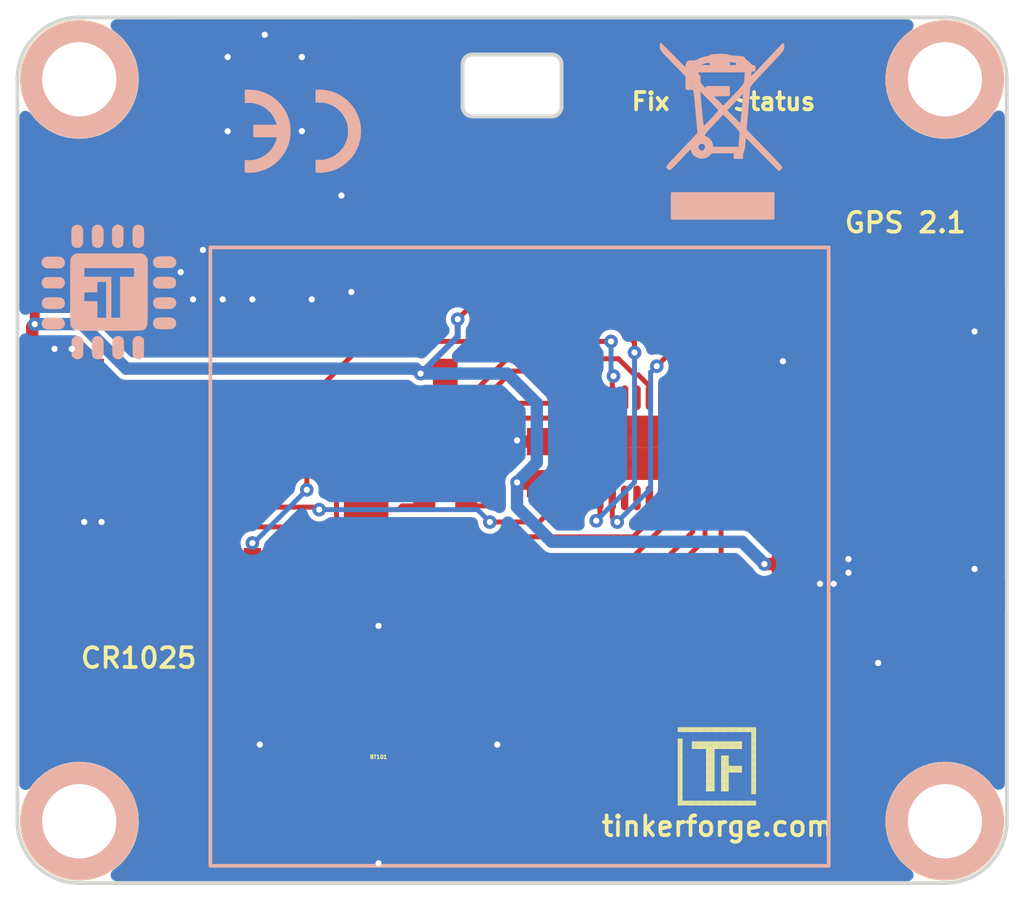
<source format=kicad_pcb>
(kicad_pcb (version 20221018) (generator pcbnew)
  (layers (0 "F.Cu" signal) (31 "B.Cu" signal) (34 "B.Paste" user) (35 "F.Paste" user) (36 "B.SilkS" user "B.Silkscreen") (37 "F.SilkS" user "F.Silkscreen") (38 "B.Mask" user) (39 "F.Mask" user) (44 "Edge.Cuts" user))
  (net 0 "")
  (net 1 "GND")
  (net 2 "VCC")
  (net 3 "Net-(C101-Pad2)")
  (net 4 "Net-(L101-Pad2)")
  (net 5 "RESET")
  (net 6 "TXD")
  (net 7 "RXD")
  (net 8 "1PPS")
  (net 9 "Net-(RP101-Pad5)")
  (net 10 "Net-(RP101-Pad7)")
  (net 11 "Net-(RP101-Pad8)")
  (net 12 "RTCM")
  (net 13 "INT")
  (net 14 "Net-(D101-Pad2)")
  (net 15 "Net-(P103-Pad2)")
  (net 16 "M-CS")
  (net 17 "M-CLK")
  (net 18 "M-MOSI")
  (net 19 "M-MISO")
  (net 20 "S-MISO")
  (net 21 "S-MOSI")
  (net 22 "S-CLK")
  (net 23 "S-CS")
  (net 24 "Net-(RP102-Pad1)")
  (net 25 "Net-(RP102-Pad2)")
  (net 26 "Net-(RP102-Pad3)")
  (net 27 "Net-(RP102-Pad4)")
  (net 28 "Net-(D102-Pad2)")
  (net 29 "Net-(RP103-Pad5)")
  (net 30 "Net-(RP103-Pad8)")
  (net 31 "Net-(P101-Pad1)")
  (net 32 "Net-(RP101-Pad3)")
  (net 33 "Net-(RP101-Pad6)")
  (net 34 "Net-(RP103-Pad2)")
  (net 35 "Net-(RP103-Pad3)")
  (net 36 "Net-(RP103-Pad6)")
  (net 37 "Net-(RP103-Pad7)")
  (net 38 "Net-(U101-Pad3)")
  (net 39 "Net-(U101-Pad4)")
  (net 40 "Net-(U101-Pad11)")
  (net 41 "Net-(U101-Pad15)")
  (net 42 "Net-(U101-Pad16)")
  (net 43 "Net-(U102-Pad10)")
  (net 44 "Net-(C1-Pad1)")
  (net 45 "Net-(P101-Pad4)")
  (net 46 "Net-(P101-Pad5)")
  (net 47 "Net-(P101-Pad6)")
  (net 48 "VBat")
  (footprint "kicad-libraries:QFN24-4x4mm-0.5mm" (layer "F.Cu") (at 191.2 103.3 -90)
    (fp_text reference "U101")
    (fp_text value "XMC1302-32")
  )
  (footprint "kicad-libraries:FireFlyX1" (layer "F.Cu") (at 175.9 103.4 -90)
    (fp_text reference "U102")
    (fp_text value "FireFlyX1")
  )
  (footprint "kicad-libraries:DRILL_NP" (layer "F.Cu") (at 203.9 88.4)
    (fp_text reference "U103" hide)
    (fp_text value "DRILL" hide)
  )
  (footprint "kicad-libraries:DRILL_NP" (layer "F.Cu") (at 203.9 118.4)
    (fp_text reference "U104" hide)
    (fp_text value "DRILL" hide)
  )
  (footprint "kicad-libraries:DRILL_NP" (layer "F.Cu") (at 168.9 88.4)
    (fp_text reference "U105" hide)
    (fp_text value "DRILL" hide)
  )
  (footprint "kicad-libraries:DRILL_NP" (layer "F.Cu") (at 168.9 118.4)
    (fp_text reference "U106" hide)
    (fp_text value "DRILL" hide)
  )
  (footprint "kicad-libraries:0603X4" (layer "F.Cu") (at 183.7 104.45 -90)
    (fp_text reference "RP101")
    (fp_text value "270")
  )
  (footprint "kicad-libraries:0603X4" (layer "F.Cu") (at 183.7 108.1 90)
    (fp_text reference "RP102")
    (fp_text value "270")
  )
  (footprint "kicad-libraries:D0603E" (layer "F.Cu") (at 197 87.6)
    (fp_text reference "D101")
    (fp_text value "LED blue")
  )
  (footprint "kicad-libraries:SolderJumper" (layer "F.Cu") (at 199.8 112 180)
    (fp_text reference "P103")
    (fp_text value "Boot")
  )
  (footprint "kicad-libraries:U.FL-CON" (layer "F.Cu") (at 176.4 89)
    (fp_text reference "P104")
    (fp_text value "U.FL")
  )
  (footprint "kicad-libraries:Logo_31x31" (layer "F.Cu") (at 193.1 114.6)
    (fp_text reference "G***" hide)
    (fp_text value "Logo_31x31" hide)
  )
  (footprint "kicad-libraries:D0603E" (layer "F.Cu") (at 192 87.6)
    (fp_text reference "D102")
    (fp_text value "LED green")
  )
  (footprint "kicad-libraries:0603X4" (layer "F.Cu") (at 191.7 96.1)
    (fp_text reference "RP103")
    (fp_text value "1k")
  )
  (footprint "kicad-libraries:BATTERY_HOLDER_BK870" (layer "F.Cu") (at 181 115.3)
    (fp_text reference "BT101")
    (fp_text value "Battery")
  )
  (footprint "kicad-libraries:Fiducial_Mark" (layer "F.Cu") (at 204.9 113.4)
    (fp_text reference "Fiducial_Mark" hide)
    (fp_text value "VAL**" hide)
  )
  (footprint "kicad-libraries:Fiducial_Mark" (layer "F.Cu") (at 167.9 92.9)
    (fp_text reference "Fiducial_Mark" hide)
    (fp_text value "VAL**" hide)
  )
  (footprint "kicad-libraries:Fiducial_Mark" (layer "F.Cu") (at 199.9 91.4)
    (fp_text reference "Fiducial_Mark" hide)
    (fp_text value "VAL**" hide)
  )
  (footprint "kicad-libraries:CON-SENSOR2" (layer "F.Cu") (at 206.4 103.4 90)
    (fp_text reference "P101")
    (fp_text value "CON-SENSOR")
  )
  (footprint "kicad-libraries:C0603E" (layer "F.Cu") (at 199.1 105.7 90)
    (fp_text reference "C101")
    (fp_text value "1uF")
  )
  (footprint "kicad-libraries:C0603E" (layer "F.Cu") (at 198.3 108 180)
    (fp_text reference "C102")
    (fp_text value "10uF")
  )
  (footprint "kicad-libraries:C0603E" (layer "F.Cu") (at 187.5 103.9 -90)
    (fp_text reference "C103")
    (fp_text value "100nF")
  )
  (footprint "kicad-libraries:C0603E" (layer "F.Cu") (at 169.4 101.1 -90)
    (fp_text reference "C104")
    (fp_text value "100nF")
  )
  (footprint "kicad-libraries:C0603E" (layer "F.Cu") (at 168 101.1 -90)
    (fp_text reference "C105")
    (fp_text value "1uF")
  )
  (footprint "kicad-libraries:C0603E" (layer "F.Cu") (at 169.4 104.5 90)
    (fp_text reference "C106")
    (fp_text value "1µF")
  )
  (footprint "kicad-libraries:C0603E" (layer "F.Cu") (at 173 94.4 90)
    (fp_text reference "C107")
    (fp_text value "1µF")
  )
  (footprint "kicad-libraries:C0603E" (layer "F.Cu") (at 197.5 105.7 90)
    (fp_text reference "FB101")
    (fp_text value "FB")
  )
  (footprint "kicad-libraries:R0603E" (layer "F.Cu") (at 183.7 101.1 -90)
    (fp_text reference "R102")
    (fp_text value "1k")
  )
  (footprint "kicad-libraries:C0402F" (layer "F.Cu") (at 198.5 99.8 180)
    (fp_text reference "C1")
    (fp_text value "220pF")
  )
  (footprint "kicad-libraries:4X0402" (layer "F.Cu") (at 198.5 101.5 90)
    (fp_text reference "RP2")
    (fp_text value "82")
  )
  (footprint "kicad-libraries:R0603E" (layer "F.Cu") (at 175.5 93.5)
    (fp_text reference "L101")
    (fp_text value "33nH")
  )
  (footprint "kicad-libraries:CE_5mm" (layer "B.Cu") (at 177.9 90.5 180)
    (fp_text reference "VAL" hide)
    (fp_text value "CE_5mm" hide)
  )
  (footprint "kicad-libraries:WEEE_7mm" (layer "B.Cu") (at 194.9 90.5 180)
    (fp_text reference "VAL" hide)
    (fp_text value "WEEE_7mm" hide)
  )
  (footprint "kicad-libraries:Logo_CoMCU" (layer "B.Cu") (at 170.1 97 180)
    (fp_text reference "G***" hide)
    (fp_text value "LOGO" hide)
  )
  (footprint "kicad-libraries:FT-GPS-001" (layer "B.Cu") (at 186.7 107.7)
    (fp_text reference "REF**")
    (fp_text value "FT-GPS-001")
  )
  (gr_line (start 168.9 120.9) (end 203.9 120.9) (stroke (width 0.15)) (layer "Edge.Cuts"))
  (gr_line (start 206.4 118.4) (end 206.4 88.4) (stroke (width 0.15)) (layer "Edge.Cuts"))
  (gr_arc (start 184.8 89.9) (mid 184.517157 89.782843) (end 184.4 89.5) (stroke (width 0.15)) (layer "Edge.Cuts"))
  (gr_line (start 203.9 85.9) (end 168.9 85.9) (stroke (width 0.15)) (layer "Edge.Cuts"))
  (gr_arc (start 184.4 87.8) (mid 184.517157 87.517157) (end 184.8 87.4) (stroke (width 0.15)) (layer "Edge.Cuts"))
  (gr_line (start 184.4 89.5) (end 184.4 87.8) (stroke (width 0.15)) (layer "Edge.Cuts"))
  (gr_arc (start 168.9 120.9) (mid 167.132233 120.167767) (end 166.4 118.4) (stroke (width 0.15)) (layer "Edge.Cuts"))
  (gr_arc (start 203.9 85.9) (mid 205.667767 86.632233) (end 206.4 88.4) (stroke (width 0.15)) (layer "Edge.Cuts"))
  (gr_arc (start 188.4 89.5) (mid 188.282843 89.782843) (end 188 89.9) (stroke (width 0.15)) (layer "Edge.Cuts"))
  (gr_line (start 184.8 87.4) (end 188 87.4) (stroke (width 0.15)) (layer "Edge.Cuts"))
  (gr_line (start 166.4 88.4) (end 166.4 118.4) (stroke (width 0.15)) (layer "Edge.Cuts"))
  (gr_arc (start 206.4 118.4) (mid 205.667767 120.167767) (end 203.9 120.9) (stroke (width 0.15)) (layer "Edge.Cuts"))
  (gr_line (start 188 89.9) (end 184.8 89.9) (stroke (width 0.15)) (layer "Edge.Cuts"))
  (gr_arc (start 188 87.4) (mid 188.282843 87.517157) (end 188.4 87.8) (stroke (width 0.15)) (layer "Edge.Cuts"))
  (gr_line (start 188.4 89.5) (end 188.4 87.8) (stroke (width 0.15)) (layer "Edge.Cuts"))
  (gr_arc (start 166.4 88.4) (mid 167.132233 86.632233) (end 168.9 85.9) (stroke (width 0.15)) (layer "Edge.Cuts"))
  (gr_text "GPS 2.1" (at 202.3 94.2) (layer "F.SilkS") (effects (font (size 0.8 0.8))))
  (gr_text "Fix" (at 192 89.3) (layer "F.SilkS") (effects (font (size 0.7 0.7))))
  (gr_text "Status" (at 197 89.3) (layer "F.SilkS") (effects (font (size 0.7 0.7))))
  (gr_text "tinkerforge.com" (at 194.7 118.6) (layer "F.SilkS") (effects (font (size 0.8 0.8))))
  (gr_text "CR1025" (at 171.3 111.8) (layer "F.SilkS") (effects (font (size 0.8 0.8))))
  (segment (start 170.4 101) (end 169.6499 100.2499) (width 0.4) (layer "F.Cu") (net 1))
  (segment (start 169.6499 100.2499) (end 169.4 100.2499) (width 0.4) (layer "F.Cu") (net 1))
  (segment (start 168 99.4) (end 167.9 99.3) (width 0.4) (layer "F.Cu") (net 1))
  (segment (start 168 100.1) (end 168.6 99.5) (width 0.4) (layer "F.Cu") (net 1))
  (segment (start 168.6 99.5) (end 168.6 99.3) (width 0.4) (layer "F.Cu") (net 1))
  (segment (start 168 99.9) (end 168.6 99.3) (width 0.4) (layer "F.Cu") (net 1))
  (segment (start 169.4 106) (end 169.1 106.3) (width 0.4) (layer "F.Cu") (net 1))
  (segment (start 169.4 105.9) (end 169.8 106.3) (width 0.4) (layer "F.Cu") (net 1))
  (segment (start 170.5 104.6) (end 169.7499 105.3501) (width 0.4) (layer "F.Cu") (net 1))
  (segment (start 169.7499 105.3501) (end 169.4 105.3501) (width 0.4) (layer "F.Cu") (net 1))
  (segment (start 173.8501 95.2501) (end 173.9 95.3) (width 0.4) (layer "F.Cu") (net 1))
  (segment (start 174.94966 87.54966) (end 174.9 87.5) (width 0.4) (layer "F.Cu") (net 1))
  (segment (start 174.94966 90.45034) (end 174.9 90.5) (width 0.4) (layer "F.Cu") (net 1))
  (segment (start 177.85034 90.45034) (end 177.9 90.5) (width 0.4) (layer "F.Cu") (net 1))
  (segment (start 177.85034 87.54966) (end 177.9 87.5) (width 0.4) (layer "F.Cu") (net 1))
  (segment (start 187.5001 103.05) (end 187.5 103.0499) (width 0.3) (layer "F.Cu") (net 1))
  (segment (start 190.15 103.05) (end 190.55 102.65) (width 0.3) (layer "F.Cu") (net 1))
  (segment (start 186.6499 103.0499) (end 186.6 103) (width 0.5) (layer "F.Cu") (net 1))
  (segment (start 200.15 111.45) (end 200.35 111.65) (width 0.2) (layer "F.Cu") (net 1))
  (segment (start 200.35 111.65) (end 200.35 112) (width 0.2) (layer "F.Cu") (net 1))
  (segment (start 200.35 112) (end 200.3 112) (width 0.2) (layer "F.Cu") (net 1))
  (segment (start 200.15 112.55) (end 200.35 112.35) (width 0.2) (layer "F.Cu") (net 1))
  (segment (start 200.35 112.35) (end 200.35 112) (width 0.2) (layer "F.Cu") (net 1))
  (segment (start 200.35 112) (end 200.3 112) (width 0.2) (layer "F.Cu") (net 1))
  (segment (start 200.5 105.9) (end 199.8499 106.5501) (width 0.5) (layer "F.Cu") (net 1))
  (segment (start 199.8499 106.5501) (end 199.1 106.5501) (width 0.5) (layer "F.Cu") (net 1))
  (segment (start 205.05 98.55) (end 205.1 98.6) (width 0.5) (layer "F.Cu") (net 1))
  (segment (start 205.05 108.25) (end 205.1 108.2) (width 0.5) (layer "F.Cu") (net 1))
  (segment (start 199.1 107.9499) (end 199.1501 108) (width 0.5) (layer "F.Cu") (net 1))
  (segment (start 199.1501 108.4999) (end 198.85 108.8) (width 0.5) (layer "F.Cu") (net 1))
  (segment (start 199.1501 108.5501) (end 199.4 108.8) (width 0.5) (layer "F.Cu") (net 1))
  (segment (start 199.65 108) (end 200 108.35) (width 0.5) (layer "F.Cu") (net 1))
  (segment (start 199.8 108) (end 200 107.8) (width 0.5) (layer "F.Cu") (net 1))
  (segment (start 181 115.3) (end 181 120.1) (width 0.5) (layer "F.Cu") (net 1))
  (segment (start 178.3 98.55) (end 178.3 97.3) (width 0.4) (layer "F.Cu") (net 1))
  (segment (start 168 100.2499) (end 168 99.9) (width 0.4) (layer "F.Cu") (net 1))
  (segment (start 199.1501 108) (end 199.1501 108.5501) (width 0.5) (layer "F.Cu") (net 1))
  (segment (start 200.025 111.45) (end 200.15 111.45) (width 0.2) (layer "F.Cu") (net 1))
  (segment (start 168 100.2499) (end 168 99.4) (width 0.4) (layer "F.Cu") (net 1))
  (segment (start 205.05 97.5) (end 205.05 98.55) (width 0.5) (layer "F.Cu") (net 1))
  (segment (start 175.9 98.55) (end 175.9 97.3) (width 0.4) (layer "F.Cu") (net 1))
  (segment (start 177.85034 89) (end 177.85034 87.54966) (width 0.4) (layer "F.Cu") (net 1))
  (segment (start 190.55 102.65) (end 191.85 102.65) (width 0.3) (layer "F.Cu") (net 1))
  (segment (start 169.4 105.3501) (end 169.4 106) (width 0.4) (layer "F.Cu") (net 1))
  (segment (start 173 95.2501) (end 173.8501 95.2501) (width 0.4) (layer "F.Cu") (net 1))
  (segment (start 190.55 103.95) (end 190.55 102.65) (width 0.3) (layer "F.Cu") (net 1))
  (segment (start 189.175 103.05) (end 187.5001 103.05) (width 0.3) (layer "F.Cu") (net 1))
  (segment (start 174.94966 89) (end 174.94966 87.54966) (width 0.4) (layer "F.Cu") (net 1))
  (segment (start 174.7 98.55) (end 174.7 97.3) (width 0.4) (layer "F.Cu") (net 1))
  (segment (start 169.4 100.2499) (end 168 100.2499) (width 0.4) (layer "F.Cu") (net 1))
  (segment (start 205.05 109.3) (end 205.05 108.25) (width 0.5) (layer "F.Cu") (net 1))
  (segment (start 201.8 105.9) (end 200.5 105.9) (width 0.5) (layer "F.Cu") (net 1))
  (segment (start 187.5 103.0499) (end 186.6499 103.0499) (width 0.5) (layer "F.Cu") (net 1))
  (segment (start 177.85034 89) (end 177.85034 90.45034) (width 0.4) (layer "F.Cu") (net 1))
  (segment (start 200.025 112.55) (end 200.15 112.55) (width 0.2) (layer "F.Cu") (net 1))
  (segment (start 199.1501 108) (end 199.65 108) (width 0.5) (layer "F.Cu") (net 1))
  (segment (start 171.3 101) (end 170.4 101) (width 0.4) (layer "F.Cu") (net 1))
  (segment (start 191.85 103.95) (end 190.55 103.95) (width 0.3) (layer "F.Cu") (net 1))
  (segment (start 176.4 87.49886) (end 176.4 86.6) (width 0.4) (layer "F.Cu") (net 1))
  (segment (start 173 95.2501) (end 173 96.2) (width 0.4) (layer "F.Cu") (net 1))
  (segment (start 199.1 106.5501) (end 199.1 107.9499) (width 0.5) (layer "F.Cu") (net 1))
  (segment (start 171.3 104.6) (end 170.5 104.6) (width 0.4) (layer "F.Cu") (net 1))
  (segment (start 189.175 103.05) (end 190.15 103.05) (width 0.3) (layer "F.Cu") (net 1))
  (segment (start 199.1501 108) (end 199.8 108) (width 0.5) (layer "F.Cu") (net 1))
  (segment (start 173.5 98.55) (end 173.5 97.3) (width 0.4) (layer "F.Cu") (net 1))
  (segment (start 181 115.3) (end 181 110.5) (width 0.5) (layer "F.Cu") (net 1))
  (segment (start 198 99.8) (end 197.35 99.8) (width 0.2) (layer "F.Cu") (net 1))
  (segment (start 181 115.3) (end 185.8 115.3) (width 0.5) (layer "F.Cu") (net 1))
  (segment (start 181 115.3) (end 176.2 115.3) (width 0.5) (layer "F.Cu") (net 1))
  (segment (start 200.35 112) (end 201.2 112) (width 0.2) (layer "F.Cu") (net 1))
  (segment (start 174.94966 89) (end 174.94966 90.45034) (width 0.4) (layer "F.Cu") (net 1))
  (segment (start 199.1501 108) (end 199.1501 108.4999) (width 0.5) (layer "F.Cu") (net 1))
  (segment (start 169.4 105.3501) (end 169.4 105.9) (width 0.4) (layer "F.Cu") (net 1))
  (segment (start 168 100.2499) (end 168 100.1) (width 0.4) (layer "F.Cu") (net 1))
  (via (at 175.9 97.3) (size 0.55) (drill 0.25) (layers "F.Cu" "B.Cu") (net 1))
  (via (at 169.1 106.3) (size 0.55) (drill 0.25) (layers "F.Cu" "B.Cu") (net 1))
  (via (at 205.1 98.6) (size 0.55) (drill 0.25) (layers "F.Cu" "B.Cu") (net 1))
  (via (at 173 96.2) (size 0.55) (drill 0.25) (layers "F.Cu" "B.Cu") (net 1))
  (via (at 199.4 108.8) (size 0.55) (drill 0.25) (layers "F.Cu" "B.Cu") (net 1))
  (via (at 201.2 112) (size 0.55) (drill 0.25) (layers "F.Cu" "B.Cu") (net 1))
  (via (at 185.8 115.3) (size 0.55) (drill 0.25) (layers "F.Cu" "B.Cu") (net 1))
  (via (at 205.1 108.2) (size 0.55) (drill 0.25) (layers "F.Cu" "B.Cu") (net 1))
  (via (at 168.6 99.3) (size 0.55) (drill 0.25) (layers "F.Cu" "B.Cu") (net 1))
  (via (at 198.85 108.8) (size 0.55) (drill 0.25) (layers "F.Cu" "B.Cu") (net 1))
  (via (at 173.9 95.3) (size 0.55) (drill 0.25) (layers "F.Cu" "B.Cu") (net 1))
  (via (at 173.5 97.3) (size 0.55) (drill 0.25) (layers "F.Cu" "B.Cu") (net 1))
  (via (at 174.9 90.5) (size 0.55) (drill 0.25) (layers "F.Cu" "B.Cu") (net 1))
  (via (at 179.9 97) (size 0.55) (drill 0.25) (layers "F.Cu" "B.Cu") (net 1))
  (via (at 176.2 115.3) (size 0.55) (drill 0.25) (layers "F.Cu" "B.Cu") (net 1))
  (via (at 200 107.8) (size 0.55) (drill 0.25) (layers "F.Cu" "B.Cu") (net 1))
  (via (at 178.3 97.3) (size 0.55) (drill 0.25) (layers "F.Cu" "B.Cu") (net 1))
  (via (at 174.9 87.5) (size 0.55) (drill 0.25) (layers "F.Cu" "B.Cu") (net 1))
  (via (at 186.6 103) (size 0.55) (drill 0.25) (layers "F.Cu" "B.Cu") (net 1))
  (via (at 200 108.35) (size 0.55) (drill 0.25) (layers "F.Cu" "B.Cu") (net 1))
  (via (at 179.5 93.1) (size 0.55) (drill 0.25) (layers "F.Cu" "B.Cu") (net 1))
  (via (at 169.8 106.3) (size 0.55) (drill 0.25) (layers "F.Cu" "B.Cu") (net 1))
  (via (at 181 110.5) (size 0.55) (drill 0.25) (layers "F.Cu" "B.Cu") (net 1))
  (via (at 176.4 86.6) (size 0.55) (drill 0.25) (layers "F.Cu" "B.Cu") (net 1))
  (via (at 197.35 99.8) (size 0.55) (drill 0.25) (layers "F.Cu" "B.Cu") (net 1))
  (via (at 181 120.1) (size 0.55) (drill 0.25) (layers "F.Cu" "B.Cu") (net 1))
  (via (at 167.9 99.3) (size 0.55) (drill 0.25) (layers "F.Cu" "B.Cu") (net 1))
  (via (at 177.9 90.5) (size 0.55) (drill 0.25) (layers "F.Cu" "B.Cu") (net 1))
  (via (at 177.9 87.5) (size 0.55) (drill 0.25) (layers "F.Cu" "B.Cu") (net 1))
  (via (at 174.7 97.3) (size 0.55) (drill 0.25) (layers "F.Cu" "B.Cu") (net 1))
  (segment (start 178.3 94.3) (end 179.5 93.1) (width 0.7) (layer "B.Cu") (net 1))
  (segment (start 179.5 96.6) (end 179.9 97) (width 0.7) (layer "B.Cu") (net 1))
  (segment (start 178.3 97.3) (end 178.3 94.3) (width 0.7) (layer "B.Cu") (net 1))
  (segment (start 179.5 93.1) (end 179.5 96.6) (width 0.7) (layer "B.Cu") (net 1))
  (segment (start 170.3 102.2) (end 170.0501 101.9501) (width 0.4) (layer "F.Cu") (net 2))
  (segment (start 170.0501 101.9501) (end 169.4 101.9501) (width 0.4) (layer "F.Cu") (net 2))
  (segment (start 167.1 95.8) (end 169.3501 93.5499) (width 0.4) (layer "F.Cu") (net 2))
  (segment (start 169.3501 93.5499) (end 173 93.5499) (width 0.4) (layer "F.Cu") (net 2))
  (segment (start 174.6 93.5499) (end 174.6499 93.5) (width 0.4) (layer "F.Cu") (net 2))
  (segment (start 188.55 103.55) (end 188.3 103.8) (width 0.3) (layer "F.Cu") (net 2))
  (segment (start 188.3 103.8) (end 188.3 104.5) (width 0.3) (layer "F.Cu") (net 2))
  (segment (start 188.3 104.5) (end 188.0499 104.7501) (width 0.3) (layer "F.Cu") (net 2))
  (segment (start 188.0499 104.7501) (end 187.5 104.7501) (width 0.3) (layer "F.Cu") (net 2))
  (segment (start 167.9501 102) (end 168 101.9501) (width 0.5) (layer "F.Cu") (net 2))
  (segment (start 182.7501 100.2499) (end 182.7 100.3) (width 0.5) (layer "F.Cu") (net 2))
  (segment (start 186.6 104.7) (end 186.6501 104.7501) (width 0.5) (layer "F.Cu") (net 2))
  (segment (start 186.6501 104.7501) (end 187.5 104.7501) (width 0.5) (layer "F.Cu") (net 2))
  (segment (start 167.1 98.3) (end 167.1 95.8) (width 0.4) (layer "F.Cu") (net 2))
  (segment (start 167.5501 101.9501) (end 167 101.4) (width 0.5) (layer "F.Cu") (net 2))
  (segment (start 167 101.4) (end 167 98.4) (width 0.5) (layer "F.Cu") (net 2))
  (segment (start 167 98.4) (end 167.1 98.3) (width 0.5) (layer "F.Cu") (net 2))
  (segment (start 195.4 87.6) (end 194.3 86.5) (width 0.2) (layer "F.Cu") (net 2))
  (segment (start 194.3 86.5) (end 189.6 86.5) (width 0.2) (layer "F.Cu") (net 2))
  (segment (start 189.6 86.5) (end 189.1499 86.9501) (width 0.2) (layer "F.Cu") (net 2))
  (segment (start 189.1499 86.9501) (end 189.1499 87.6) (width 0.2) (layer "F.Cu") (net 2))
  (segment (start 197.5 107.9499) (end 197.4499 108) (width 0.5) (layer "F.Cu") (net 2))
  (segment (start 189.1499 93.1501) (end 184.2 98.1) (width 0.2) (layer "F.Cu") (net 2))
  (segment (start 189.1499 91.2) (end 189.1499 93.1501) (width 0.2) (layer "F.Cu") (net 2))
  (segment (start 191.1499 89.2) (end 191.1499 87.6) (width 0.2) (layer "F.Cu") (net 2))
  (segment (start 173 93.5499) (end 174.6 93.5499) (width 0.4) (layer "F.Cu") (net 2))
  (segment (start 197.5 106.5501) (end 197.5 107.9499) (width 0.5) (layer "F.Cu") (net 2))
  (segment (start 171.3 102.2) (end 170.3 102.2) (width 0.4) (layer "F.Cu") (net 2))
  (segment (start 183.7 100.2499) (end 182.7501 100.2499) (width 0.5) (layer "F.Cu") (net 2))
  (segment (start 189.175 103.55) (end 188.55 103.55) (width 0.3) (layer "F.Cu") (net 2))
  (segment (start 196.1499 87.6) (end 195.4 87.6) (width 0.2) (layer "F.Cu") (net 2))
  (segment (start 197.4499 108) (end 196.6 108) (width 0.5) (layer "F.Cu") (net 2))
  (segment (start 168 101.9501) (end 167.5501 101.9501) (width 0.5) (layer "F.Cu") (net 2))
  (segment (start 189.1499 87.6) (end 189.1499 91.2) (width 0.2) (layer "F.Cu") (net 2))
  (segment (start 168 101.9501) (end 169.4 101.9501) (width 0.4) (layer "F.Cu") (net 2))
  (segment (start 189.1499 91.2) (end 191.1499 89.2) (width 0.2) (layer "F.Cu") (net 2))
  (via (at 167.1 98.3) (size 0.55) (drill 0.25) (layers "F.Cu" "B.Cu") (net 2))
  (via (at 184.2 98.1) (size 0.55) (drill 0.25) (layers "F.Cu" "B.Cu") (net 2))
  (via (at 196.6 108) (size 0.55) (drill 0.25) (layers "F.Cu" "B.Cu") (net 2))
  (via (at 186.6 104.7) (size 0.55) (drill 0.25) (layers "F.Cu" "B.Cu") (net 2))
  (via (at 182.7 100.3) (size 0.55) (drill 0.25) (layers "F.Cu" "B.Cu") (net 2))
  (segment (start 182.7 100.3) (end 182.5 100.1) (width 0.5) (layer "B.Cu") (net 2))
  (segment (start 182.5 100.1) (end 182.4 100.1) (width 0.5) (layer "B.Cu") (net 2))
  (segment (start 170.8 100.1) (end 169 98.3) (width 0.5) (layer "B.Cu") (net 2))
  (segment (start 169 98.3) (end 167.1 98.3) (width 0.5) (layer "B.Cu") (net 2))
  (segment (start 186.2 100.3) (end 187.4 101.5) (width 0.5) (layer "B.Cu") (net 2))
  (segment (start 187.4 101.5) (end 187.4 103.9) (width 0.5) (layer "B.Cu") (net 2))
  (segment (start 187.4 103.9) (end 186.6 104.7) (width 0.5) (layer "B.Cu") (net 2))
  (segment (start 184.2 98.8) (end 184.2 98.1) (width 0.25) (layer "B.Cu") (net 2))
  (segment (start 188 107.1) (end 186.6 105.7) (width 0.5) (layer "B.Cu") (net 2))
  (segment (start 186.6 105.7) (end 186.6 104.7) (width 0.5) (layer "B.Cu") (net 2))
  (segment (start 196.6 108) (end 195.7 107.1) (width 0.5) (layer "B.Cu") (net 2))
  (segment (start 195.7 107.1) (end 188 107.1) (width 0.5) (layer "B.Cu") (net 2))
  (segment (start 182.7 100.3) (end 184.2 98.8) (width 0.25) (layer "B.Cu") (net 2))
  (segment (start 182.7 100.3) (end 186.2 100.3) (width 0.5) (layer "B.Cu") (net 2))
  (segment (start 182.5 100.1) (end 170.8 100.1) (width 0.5) (layer "B.Cu") (net 2))
  (segment (start 199.1499 104.8) (end 199.1 104.8499) (width 0.5) (layer "F.Cu") (net 3))
  (segment (start 199.1001 104.8498) (end 199.1 104.8499) (width 0.5) (layer "F.Cu") (net 3))
  (segment (start 197.3999 104.8) (end 197.35 104.8499) (width 0.5) (layer "F.Cu") (net 3))
  (segment (start 200.45 104.65) (end 200.2501 104.8499) (width 0.5) (layer "F.Cu") (net 3))
  (segment (start 200.2501 104.8499) (end 199.1 104.8499) (width 0.5) (layer "F.Cu") (net 3))
  (segment (start 199.1 104.8499) (end 197.5 104.8499) (width 0.5) (layer "F.Cu") (net 3))
  (segment (start 201.8 104.65) (end 200.45 104.65) (width 0.5) (layer "F.Cu") (net 3))
  (segment (start 177.1 96) (end 176.3501 95.2501) (width 0.7) (layer "F.Cu") (net 4))
  (segment (start 176.3501 95.2501) (end 176.3501 93.5) (width 0.7) (layer "F.Cu") (net 4))
  (segment (start 176.4 93.4501) (end 176.3501 93.5) (width 0.5) (layer "F.Cu") (net 4))
  (segment (start 176.4 90.50114) (end 176.4 93.4501) (width 0.7) (layer "F.Cu") (net 4))
  (segment (start 177.1 98.55) (end 177.1 96) (width 0.7) (layer "F.Cu") (net 4))
  (segment (start 186.2 99.7) (end 183.9499 101.9501) (width 0.2) (layer "F.Cu") (net 5))
  (segment (start 183.9499 101.9501) (end 183.7 101.9501) (width 0.2) (layer "F.Cu") (net 5))
  (segment (start 191.95 100.8) (end 191.5 100.35) (width 0.2) (layer "F.Cu") (net 5))
  (segment (start 191.5 100.35) (end 191.35 100.35) (width 0.2) (layer "F.Cu") (net 5))
  (segment (start 191.35 100.35) (end 190.7 99.7) (width 0.2) (layer "F.Cu") (net 5))
  (segment (start 183.4501 102.2) (end 183.7 101.9501) (width 0.2) (layer "F.Cu") (net 5))
  (segment (start 191.95 101.275) (end 191.95 100.8) (width 0.2) (layer "F.Cu") (net 5))
  (segment (start 186.2 99.7) (end 190.7 99.7) (width 0.2) (layer "F.Cu") (net 5))
  (segment (start 180.5 102.2) (end 183.4501 102.2) (width 0.2) (layer "F.Cu") (net 5))
  (segment (start 189.5 99.7) (end 186.2 99.7) (width 0.2) (layer "F.Cu") (net 5))
  (segment (start 185.9 102.7) (end 185.9 105.1) (width 0.2) (layer "F.Cu") (net 6))
  (segment (start 185.9 105.1) (end 185.35112 105.64888) (width 0.2) (layer "F.Cu") (net 6))
  (segment (start 185.35112 105.64888) (end 184.5509 105.64888) (width 0.2) (layer "F.Cu") (net 6))
  (segment (start 188.55 102.55) (end 188.1 102.1) (width 0.2) (layer "F.Cu") (net 6))
  (segment (start 188.1 102.1) (end 186.5 102.1) (width 0.2) (layer "F.Cu") (net 6))
  (segment (start 186.5 102.1) (end 185.9 102.7) (width 0.2) (layer "F.Cu") (net 6))
  (segment (start 189.175 102.55) (end 188.55 102.55) (width 0.2) (layer "F.Cu") (net 6))
  (segment (start 185.05122 104.84878) (end 185.4 104.5) (width 0.2) (layer "F.Cu") (net 7))
  (segment (start 185.4 104.5) (end 185.4 102.3) (width 0.2) (layer "F.Cu") (net 7))
  (segment (start 188.65 102.05) (end 188.1 101.5) (width 0.2) (layer "F.Cu") (net 7))
  (segment (start 188.1 101.5) (end 186.2 101.5) (width 0.2) (layer "F.Cu") (net 7))
  (segment (start 186.2 101.5) (end 185.4 102.3) (width 0.2) (layer "F.Cu") (net 7))
  (segment (start 184.5509 104.84878) (end 185.05122 104.84878) (width 0.2) (layer "F.Cu") (net 7))
  (segment (start 189.175 102.05) (end 188.65 102.05) (width 0.2) (layer "F.Cu") (net 7))
  (segment (start 189.95 100.75) (end 189.4 100.2) (width 0.2) (layer "F.Cu") (net 8))
  (segment (start 189.4 100.2) (end 186.4 100.2) (width 0.2) (layer "F.Cu") (net 8))
  (segment (start 186.4 100.2) (end 184.5509 102.0491) (width 0.2) (layer "F.Cu") (net 8))
  (segment (start 184.5509 102.0491) (end 184.5509 103.25112) (width 0.2) (layer "F.Cu") (net 8))
  (segment (start 189.95 101.275) (end 189.95 100.75) (width 0.2) (layer "F.Cu") (net 8))
  (segment (start 184.5509 103.25112) (end 184.74888 103.25112) (width 0.2) (layer "F.Cu") (net 8))
  (segment (start 181.7 103.4) (end 181.84888 103.25112) (width 0.2) (layer "F.Cu") (net 9))
  (segment (start 181.84888 103.25112) (end 182.8491 103.25112) (width 0.2) (layer "F.Cu") (net 9))
  (segment (start 180.5 103.4) (end 181.7 103.4) (width 0.2) (layer "F.Cu") (net 9))
  (segment (start 181.75 104.6) (end 181.99878 104.84878) (width 0.2) (layer "F.Cu") (net 10))
  (segment (start 181.99878 104.84878) (end 182.8491 104.84878) (width 0.2) (layer "F.Cu") (net 10))
  (segment (start 180.5 104.6) (end 181.75 104.6) (width 0.2) (layer "F.Cu") (net 10))
  (segment (start 181.8 105.8) (end 181.95112 105.64888) (width 0.2) (layer "F.Cu") (net 11))
  (segment (start 181.95112 105.64888) (end 182.8491 105.64888) (width 0.2) (layer "F.Cu") (net 11))
  (segment (start 180.5 105.8) (end 181.8 105.8) (width 0.2) (layer "F.Cu") (net 11))
  (segment (start 173.5 106.9) (end 174.7 105.7) (width 0.2) (layer "F.Cu") (net 12))
  (segment (start 188.4 105) (end 188.85 104.55) (width 0.2) (layer "F.Cu") (net 12))
  (segment (start 188.4 105) (end 188.4 105.4) (width 0.2) (layer "F.Cu") (net 12))
  (segment (start 188.4 105.4) (end 187.5 106.3) (width 0.2) (layer "F.Cu") (net 12))
  (segment (start 187.5 106.3) (end 185.5 106.3) (width 0.2) (layer "F.Cu") (net 12))
  (segment (start 178.5 105.7) (end 178.6 105.8) (width 0.2) (layer "F.Cu") (net 12))
  (segment (start 189.175 104.55) (end 188.815688 104.55) (width 0.2) (layer "F.Cu") (net 12))
  (segment (start 173.5 108.25) (end 173.5 106.9) (width 0.2) (layer "F.Cu") (net 12))
  (segment (start 174.7 105.7) (end 178.5 105.7) (width 0.2) (layer "F.Cu") (net 12))
  (segment (start 189.175 104.55) (end 188.85 104.55) (width 0.2) (layer "F.Cu") (net 12))
  (via (at 178.6 105.8) (size 0.55) (drill 0.25) (layers "F.Cu" "B.Cu") (net 12))
  (via (at 185.5 106.3) (size 0.55) (drill 0.25) (layers "F.Cu" "B.Cu") (net 12))
  (segment (start 185 105.8) (end 185.5 106.3) (width 0.2) (layer "B.Cu") (net 12))
  (segment (start 178.6 105.8) (end 185 105.8) (width 0.2) (layer "B.Cu") (net 12))
  (segment (start 190.45 100.45) (end 190.5 100.4) (width 0.2) (layer "F.Cu") (net 13))
  (segment (start 180.5 99) (end 178.1 101.4) (width 0.2) (layer "F.Cu") (net 13))
  (segment (start 178.1 101.4) (end 178.1 105) (width 0.2) (layer "F.Cu") (net 13))
  (segment (start 175.9 108.25) (end 175.9 107.15) (width 0.2) (layer "F.Cu") (net 13))
  (segment (start 190.45 100.45) (end 190.45 101.275) (width 0.2) (layer "F.Cu") (net 13))
  (segment (start 180.5 99) (end 190.4 99) (width 0.2) (layer "F.Cu") (net 13))
  (via (at 190.5 100.4) (size 0.55) (drill 0.25) (layers "F.Cu" "B.Cu") (net 13))
  (via (at 190.4 99) (size 0.55) (drill 0.25) (layers "F.Cu" "B.Cu") (net 13))
  (via (at 175.9 107.15) (size 0.55) (drill 0.25) (layers "F.Cu" "B.Cu") (net 13))
  (via (at 178.1 105) (size 0.55) (drill 0.25) (layers "F.Cu" "B.Cu") (net 13))
  (segment (start 190.5 100.4) (end 190.4 100.3) (width 0.2) (layer "B.Cu") (net 13))
  (segment (start 190.4 100.3) (end 190.4 99) (width 0.2) (layer "B.Cu") (net 13))
  (segment (start 178.1 105) (end 175.95 107.15) (width 0.2) (layer "B.Cu") (net 13))
  (segment (start 175.95 107.15) (end 175.9 107.15) (width 0.2) (layer "B.Cu") (net 13))
  (segment (start 192.89888 93.90112) (end 194.2 92.6) (width 0.2) (layer "F.Cu") (net 14))
  (segment (start 194.2 92.6) (end 195.5 92.6) (width 0.2) (layer "F.Cu") (net 14))
  (segment (start 195.5 92.6) (end 197.8501 90.2499) (width 0.2) (layer "F.Cu") (net 14))
  (segment (start 197.8501 90.2499) (end 197.8501 87.6) (width 0.2) (layer "F.Cu") (net 14))
  (segment (start 192.89888 95.2491) (end 192.89888 93.90112) (width 0.2) (layer "F.Cu") (net 14))
  (segment (start 194.85 104.5) (end 194.85 110.75) (width 0.2) (layer "F.Cu") (net 15))
  (segment (start 194.85 110.75) (end 196.1 112) (width 0.2) (layer "F.Cu") (net 15))
  (segment (start 196.1 112) (end 199.25 112) (width 0.2) (layer "F.Cu") (net 15))
  (segment (start 193.9 103.55) (end 194.85 104.5) (width 0.2) (layer "F.Cu") (net 15))
  (segment (start 193.225 103.55) (end 193.9 103.55) (width 0.2) (layer "F.Cu") (net 15))
  (segment (start 199.65 112) (end 199.25 112) (width 0.2) (layer "F.Cu") (net 15))
  (segment (start 194.2 107) (end 191.90112 109.29888) (width 0.2) (layer "F.Cu") (net 16))
  (segment (start 191.90112 109.29888) (end 184.5509 109.29888) (width 0.2) (layer "F.Cu") (net 16))
  (segment (start 194.2 104.4) (end 193.85 104.05) (width 0.2) (layer "F.Cu") (net 16))
  (segment (start 194.2 107) (end 194.2 104.4) (width 0.2) (layer "F.Cu") (net 16))
  (segment (start 193.225 104.05) (end 193.85 104.05) (width 0.2) (layer "F.Cu") (net 16))
  (segment (start 191.90122 108.49878) (end 193.7 106.7) (width 0.2) (layer "F.Cu") (net 17))
  (segment (start 193.7 106.7) (end 193.7 104.6) (width 0.2) (layer "F.Cu") (net 17))
  (segment (start 193.7 104.6) (end 193.65 104.55) (width 0.2) (layer "F.Cu") (net 17))
  (segment (start 193.65 104.55) (end 193.225 104.55) (width 0.2) (layer "F.Cu") (net 17))
  (segment (start 184.5509 108.49878) (end 191.90122 108.49878) (width 0.2) (layer "F.Cu") (net 17))
  (segment (start 191.29878 107.70122) (end 192.45 106.55) (width 0.2) (layer "F.Cu") (net 18))
  (segment (start 192.45 106.55) (end 192.45 105.325) (width 0.2) (layer "F.Cu") (net 18))
  (segment (start 184.5509 107.70122) (end 191.29878 107.70122) (width 0.2) (layer "F.Cu") (net 18))
  (segment (start 191.95 106.25) (end 191.29888 106.90112) (width 0.2) (layer "F.Cu") (net 19))
  (segment (start 191.29888 106.90112) (end 184.5509 106.90112) (width 0.2) (layer "F.Cu") (net 19))
  (segment (start 191.95 105.325) (end 191.95 106.25) (width 0.2) (layer "F.Cu") (net 19))
  (segment (start 192.475 101.3) (end 192.45 101.275) (width 0.2) (layer "F.Cu") (net 20))
  (segment (start 194.8 101.3) (end 192.475 101.3) (width 0.2) (layer "F.Cu") (net 20))
  (segment (start 195.3493 100.7507) (end 194.8 101.3) (width 0.2) (layer "F.Cu") (net 20))
  (segment (start 197.925 100.7507) (end 195.3493 100.7507) (width 0.2) (layer "F.Cu") (net 20))
  (segment (start 195.64892 101.25108) (end 194.85 102.05) (width 0.2) (layer "F.Cu") (net 21))
  (segment (start 197.925 101.25108) (end 195.64892 101.25108) (width 0.2) (layer "F.Cu") (net 21))
  (segment (start 194.85 102.05) (end 193.225 102.05) (width 0.2) (layer "F.Cu") (net 21))
  (segment (start 197.925 101.74892) (end 195.85108 101.74892) (width 0.2) (layer "F.Cu") (net 22))
  (segment (start 195.85108 101.74892) (end 195.05 102.55) (width 0.2) (layer "F.Cu") (net 22))
  (segment (start 195.05 102.55) (end 193.225 102.55) (width 0.2) (layer "F.Cu") (net 22))
  (segment (start 196.1507 102.2493) (end 195.35 103.05) (width 0.2) (layer "F.Cu") (net 23))
  (segment (start 197.925 102.2493) (end 196.1507 102.2493) (width 0.2) (layer "F.Cu") (net 23))
  (segment (start 193.925 103.05) (end 193.225 103.05) (width 0.2) (layer "F.Cu") (net 23))
  (segment (start 195.35 103.05) (end 193.925 103.05) (width 0.2) (layer "F.Cu") (net 23))
  (segment (start 175.2 106.5) (end 174.7 107) (width 0.2) (layer "F.Cu") (net 24))
  (segment (start 174.7 107) (end 174.7 108.25) (width 0.2) (layer "F.Cu") (net 24))
  (segment (start 182.09888 106.90112) (end 181.95 107.05) (width 0.2) (layer "F.Cu") (net 24))
  (segment (start 179.4 107.2) (end 178.7 106.5) (width 0.2) (layer "F.Cu") (net 24))
  (segment (start 178.7 106.5) (end 175.2 106.5) (width 0.2) (layer "F.Cu") (net 24))
  (segment (start 181.95 107.05) (end 181.8 107.2) (width 0.2) (layer "F.Cu") (net 24))
  (segment (start 182.8491 106.90112) (end 182.09888 106.90112) (width 0.2) (layer "F.Cu") (net 24))
  (segment (start 181.8 107.2) (end 179.4 107.2) (width 0.2) (layer "F.Cu") (net 24))
  (segment (start 177.3 107) (end 177.1 107.2) (width 0.2) (layer "F.Cu") (net 25))
  (segment (start 177.1 107.2) (end 177.1 108.25) (width 0.2) (layer "F.Cu") (net 25))
  (segment (start 179.40122 107.70122) (end 178.7 107) (width 0.2) (layer "F.Cu") (net 25))
  (segment (start 178.7 107) (end 177.3 107) (width 0.2) (layer "F.Cu") (net 25))
  (segment (start 182.8491 107.70122) (end 179.40122 107.70122) (width 0.2) (layer "F.Cu") (net 25))
  (segment (start 181.85 108.25) (end 182.09878 108.49878) (width 0.2) (layer "F.Cu") (net 26))
  (segment (start 181.85 108.25) (end 178.3 108.25) (width 0.2) (layer "F.Cu") (net 26))
  (segment (start 182.8491 108.49878) (end 182.09878 108.49878) (width 0.2) (layer "F.Cu") (net 26))
  (segment (start 183.40112 109.29888) (end 183.6 109.1) (width 0.2) (layer "F.Cu") (net 27))
  (segment (start 183.6 109.1) (end 183.6 106.6) (width 0.2) (layer "F.Cu") (net 27))
  (segment (start 183.6 106.6) (end 183.3 106.3) (width 0.2) (layer "F.Cu") (net 27))
  (segment (start 181.8 106.3) (end 181.497489 106.602511) (width 0.2) (layer "F.Cu") (net 27))
  (segment (start 181.497489 106.602511) (end 179.602511 106.602511) (width 0.2) (layer "F.Cu") (net 27))
  (segment (start 179.602511 106.602511) (end 179.3 106.3) (width 0.2) (layer "F.Cu") (net 27))
  (segment (start 179.3 106.3) (end 179.3 101.3) (width 0.2) (layer "F.Cu") (net 27))
  (segment (start 179.6 101) (end 179.3 101.3) (width 0.2) (layer "F.Cu") (net 27))
  (segment (start 179.6 101) (end 180.5 101) (width 0.2) (layer "F.Cu") (net 27))
  (segment (start 183.40112 109.29888) (end 182.8491 109.29888) (width 0.2) (layer "F.Cu") (net 27))
  (segment (start 181.8 106.3) (end 183.3 106.3) (width 0.2) (layer "F.Cu") (net 27))
  (segment (start 192.8501 90.5499) (end 190.50112 92.89888) (width 0.2) (layer "F.Cu") (net 28))
  (segment (start 190.50112 92.89888) (end 190.50112 95.2491) (width 0.2) (layer "F.Cu") (net 28))
  (segment (start 192.8501 87.6) (end 192.8501 90.5499) (width 0.2) (layer "F.Cu") (net 28))
  (segment (start 189.95 106.1) (end 189.8 106.25) (width 0.2) (layer "F.Cu") (net 29))
  (segment (start 191.35 99.45) (end 191.35 99.04888) (width 0.2) (layer "F.Cu") (net 29))
  (segment (start 191.35 99.04888) (end 190.50112 98.2) (width 0.2) (layer "F.Cu") (net 29))
  (segment (start 190.50112 98.2) (end 190.50112 96.9509) (width 0.2) (layer "F.Cu") (net 29))
  (segment (start 189.95 105.325) (end 189.95 106.1) (width 0.2) (layer "F.Cu") (net 29))
  (via (at 189.8 106.25) (size 0.55) (drill 0.25) (layers "F.Cu" "B.Cu") (net 29))
  (via (at 191.35 99.45) (size 0.55) (drill 0.25) (layers "F.Cu" "B.Cu") (net 29))
  (segment (start 189.8 106.25) (end 191.35 104.7) (width 0.2) (layer "B.Cu") (net 29))
  (segment (start 191.35 104.7) (end 191.35 99.75) (width 0.2) (layer "B.Cu") (net 29))
  (segment (start 191.35 99.75) (end 191.35 99.45) (width 0.2) (layer "B.Cu") (net 29))
  (segment (start 190.45 106.1) (end 190.65 106.3) (width 0.2) (layer "F.Cu") (net 30))
  (segment (start 192.25 100) (end 192.89888 99.35112) (width 0.2) (layer "F.Cu") (net 30))
  (segment (start 192.89888 99.35112) (end 192.89888 96.9509) (width 0.2) (layer "F.Cu") (net 30))
  (segment (start 190.45 105.325) (end 190.45 106.1) (width 0.2) (layer "F.Cu") (net 30))
  (via (at 190.65 106.3) (size 0.55) (drill 0.25) (layers "F.Cu" "B.Cu") (net 30))
  (via (at 192.25 100) (size 0.55) (drill 0.25) (layers "F.Cu" "B.Cu") (net 30))
  (segment (start 192 104.95) (end 192 100.25) (width 0.2) (layer "B.Cu") (net 30))
  (segment (start 192 100.25) (end 192.25 100) (width 0.2) (layer "B.Cu") (net 30))
  (segment (start 190.65 106.3) (end 192 104.95) (width 0.2) (layer "B.Cu") (net 30))
  (segment (start 200.5 99.65) (end 201.8 99.65) (width 0.2) (layer "F.Cu") (net 44))
  (segment (start 199.075 100.075) (end 199 100) (width 0.2) (layer "F.Cu") (net 44))
  (segment (start 199.075 100.7507) (end 199.3993 100.7507) (width 0.2) (layer "F.Cu") (net 44))
  (segment (start 199.3993 100.7507) (end 200.5 99.65) (width 0.2) (layer "F.Cu") (net 44))
  (segment (start 199.075 100.7507) (end 199.075 99.875) (width 0.2) (layer "F.Cu") (net 44))
  (segment (start 200.5 103.4) (end 201.8 103.4) (width 0.2) (layer "F.Cu") (net 45))
  (segment (start 199.075 102.2493) (end 199.3493 102.2493) (width 0.2) (layer "F.Cu") (net 45))
  (segment (start 199.3493 102.2493) (end 200.5 103.4) (width 0.2) (layer "F.Cu") (net 45))
  (segment (start 200.2 101.75) (end 200.6 102.15) (width 0.2) (layer "F.Cu") (net 46))
  (segment (start 199.075 101.74892) (end 199.07608 101.75) (width 0.2) (layer "F.Cu") (net 46))
  (segment (start 199.07608 101.75) (end 200.2 101.75) (width 0.2) (layer "F.Cu") (net 46))
  (segment (start 200.6 102.15) (end 201.8 102.15) (width 0.2) (layer "F.Cu") (net 46))
  (segment (start 200.6 100.9) (end 201.8 100.9) (width 0.2) (layer "F.Cu") (net 47))
  (segment (start 200.24892 101.25108) (end 200.6 100.9) (width 0.2) (layer "F.Cu") (net 47))
  (segment (start 199.075 101.25108) (end 200.24892 101.25108) (width 0.2) (layer "F.Cu") (net 47))
  (segment (start 169.6499 103.4) (end 169.4 103.6499) (width 0.4) (layer "F.Cu") (net 48))
  (segment (start 173.7 115.8) (end 174.3 115.8) (width 0.4) (layer "F.Cu") (net 48))
  (segment (start 171.6 115.3) (end 167.9 111.6) (width 0.5) (layer "F.Cu") (net 48))
  (segment (start 167.9 111.6) (end 167.9 104.3) (width 0.5) (layer "F.Cu") (net 48))
  (segment (start 167.9 104.3) (end 168.5501 103.6499) (width 0.5) (layer "F.Cu") (net 48))
  (segment (start 168.5501 103.6499) (end 169.4 103.6499) (width 0.5) (layer "F.Cu") (net 48))
  (segment (start 173.3 115.3) (end 171.6 115.3) (width 0.5) (layer "F.Cu") (net 48))
  (segment (start 169.4 103.6499) (end 168.5501 103.6499) (width 0.4) (layer "F.Cu") (net 48))
  (segment (start 171.3 103.4) (end 169.6499 103.4) (width 0.4) (layer "F.Cu") (net 48))
  (zone (net 1) (net_name "GND") (layer "F.Cu") (connect_pads yes (clearance 0.15)) (min_thickness 0.5) (fill yes (thermal_gap 0.508) (thermal_bridge_width 0.508))
    (polygon (pts (xy 172.4 85.9) (xy 172.4 97.6) (xy 180.4 97.6) (xy 180.4 85.9)))
  )
  (zone (net 1) (net_name "GND") (layer "B.Cu") (connect_pads yes (clearance 0.2)) (min_thickness 0.5) (fill yes (thermal_gap 0.508) (thermal_bridge_width 0.508))
    (polygon (pts (xy 166.4 85.9) (xy 206.4 85.9) (xy 206.4 120.9) (xy 166.4 120.9)))
  )
)
</source>
